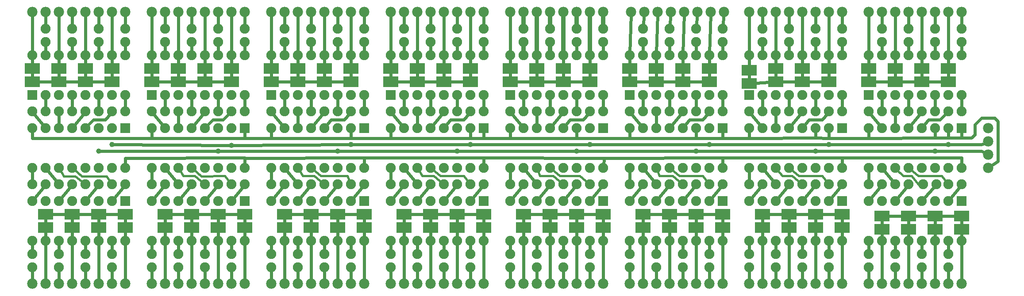
<source format=gbl>
G04 MADE WITH FRITZING*
G04 WWW.FRITZING.ORG*
G04 DOUBLE SIDED*
G04 HOLES PLATED*
G04 CONTOUR ON CENTER OF CONTOUR VECTOR*
%ASAXBY*%
%FSLAX23Y23*%
%MOIN*%
%OFA0B0*%
%SFA1.0B1.0*%
%ADD10C,0.039370*%
%ADD11C,0.078000*%
%ADD12C,0.075000*%
%ADD13R,0.118110X0.078740*%
%ADD14R,0.075000X0.075000*%
%ADD15C,0.024000*%
%ADD16C,0.032000*%
%ADD17C,0.016000*%
%LNCOPPER0*%
G90*
G70*
G54D10*
X5257Y1179D03*
X5157Y1129D03*
X6057Y1129D03*
X6157Y1179D03*
X7057Y1179D03*
X6957Y1129D03*
X4356Y1179D03*
X4257Y1129D03*
X757Y1179D03*
X657Y1129D03*
X3456Y1179D03*
X3357Y1129D03*
X1658Y1175D03*
X1557Y1129D03*
X2457Y1129D03*
X2556Y1179D03*
G54D11*
X4457Y2179D03*
X4357Y2179D03*
X4257Y2179D03*
X4157Y2179D03*
X4057Y2179D03*
X3957Y2179D03*
X3857Y2179D03*
X3757Y2179D03*
X857Y2179D03*
X757Y2179D03*
X657Y2179D03*
X557Y2179D03*
X457Y2179D03*
X357Y2179D03*
X257Y2179D03*
X157Y2179D03*
X1757Y2179D03*
X1657Y2179D03*
X1557Y2179D03*
X1457Y2179D03*
X1357Y2179D03*
X1257Y2179D03*
X1157Y2179D03*
X1057Y2179D03*
X2657Y2179D03*
X2557Y2179D03*
X2457Y2179D03*
X2357Y2179D03*
X2257Y2179D03*
X2157Y2179D03*
X2057Y2179D03*
X1957Y2179D03*
X3557Y2179D03*
X3457Y2179D03*
X3357Y2179D03*
X3257Y2179D03*
X3157Y2179D03*
X3057Y2179D03*
X2957Y2179D03*
X2857Y2179D03*
X5369Y2179D03*
X5269Y2179D03*
X5169Y2179D03*
X5069Y2179D03*
X4969Y2179D03*
X4869Y2179D03*
X4769Y2179D03*
X4669Y2179D03*
X6257Y2179D03*
X6157Y2179D03*
X6057Y2179D03*
X5957Y2179D03*
X5857Y2179D03*
X5757Y2179D03*
X5657Y2179D03*
X5557Y2179D03*
X7157Y2179D03*
X7057Y2179D03*
X6957Y2179D03*
X6857Y2179D03*
X6757Y2179D03*
X6657Y2179D03*
X6557Y2179D03*
X6457Y2179D03*
G54D12*
X857Y1304D03*
X857Y1004D03*
X757Y1304D03*
X757Y1004D03*
X657Y1304D03*
X657Y1004D03*
X557Y1304D03*
X557Y1004D03*
X457Y1304D03*
X457Y1004D03*
X357Y1304D03*
X357Y1004D03*
X257Y1304D03*
X257Y1004D03*
X157Y1304D03*
X157Y1004D03*
X1757Y1304D03*
X1757Y1004D03*
X1657Y1304D03*
X1657Y1004D03*
X1557Y1304D03*
X1557Y1004D03*
X1457Y1304D03*
X1457Y1004D03*
X1357Y1304D03*
X1357Y1004D03*
X1257Y1304D03*
X1257Y1004D03*
X1157Y1304D03*
X1157Y1004D03*
X1057Y1304D03*
X1057Y1004D03*
X2657Y1304D03*
X2657Y1004D03*
X2557Y1304D03*
X2557Y1004D03*
X2457Y1304D03*
X2457Y1004D03*
X2357Y1304D03*
X2357Y1004D03*
X2257Y1304D03*
X2257Y1004D03*
X2157Y1304D03*
X2157Y1004D03*
X2057Y1304D03*
X2057Y1004D03*
X1957Y1304D03*
X1957Y1004D03*
X3557Y1304D03*
X3557Y1004D03*
X3457Y1304D03*
X3457Y1004D03*
X3357Y1304D03*
X3357Y1004D03*
X3257Y1304D03*
X3257Y1004D03*
X3157Y1304D03*
X3157Y1004D03*
X3057Y1304D03*
X3057Y1004D03*
X2957Y1304D03*
X2957Y1004D03*
X2857Y1304D03*
X2857Y1004D03*
X4457Y1304D03*
X4457Y1004D03*
X4357Y1304D03*
X4357Y1004D03*
X4257Y1304D03*
X4257Y1004D03*
X4157Y1304D03*
X4157Y1004D03*
X4057Y1304D03*
X4057Y1004D03*
X3957Y1304D03*
X3957Y1004D03*
X3857Y1304D03*
X3857Y1004D03*
X3757Y1304D03*
X3757Y1004D03*
X5357Y1304D03*
X5357Y1004D03*
X5257Y1304D03*
X5257Y1004D03*
X5157Y1304D03*
X5157Y1004D03*
X5057Y1304D03*
X5057Y1004D03*
X4957Y1304D03*
X4957Y1004D03*
X4857Y1304D03*
X4857Y1004D03*
X4757Y1304D03*
X4757Y1004D03*
X4657Y1304D03*
X4657Y1004D03*
X6257Y1304D03*
X6257Y1004D03*
X6157Y1304D03*
X6157Y1004D03*
X6057Y1304D03*
X6057Y1004D03*
X5957Y1304D03*
X5957Y1004D03*
X5857Y1304D03*
X5857Y1004D03*
X5757Y1304D03*
X5757Y1004D03*
X5657Y1304D03*
X5657Y1004D03*
X5557Y1304D03*
X5557Y1004D03*
X7157Y1304D03*
X7157Y1004D03*
X7057Y1304D03*
X7057Y1004D03*
X6957Y1304D03*
X6957Y1004D03*
X6857Y1304D03*
X6857Y1004D03*
X6757Y1304D03*
X6757Y1004D03*
X6657Y1304D03*
X6657Y1004D03*
X6557Y1304D03*
X6557Y1004D03*
X6457Y1304D03*
X6457Y1004D03*
G54D11*
X7357Y1304D03*
X7357Y1204D03*
X7357Y1104D03*
X7357Y1004D03*
G54D12*
X857Y754D03*
X857Y454D03*
X757Y754D03*
X757Y454D03*
X657Y754D03*
X657Y454D03*
X557Y754D03*
X557Y454D03*
X457Y754D03*
X457Y454D03*
X357Y754D03*
X357Y454D03*
X257Y754D03*
X257Y454D03*
X157Y754D03*
X157Y454D03*
X1757Y754D03*
X1757Y454D03*
X1657Y754D03*
X1657Y454D03*
X1557Y754D03*
X1557Y454D03*
X1457Y754D03*
X1457Y454D03*
X1357Y754D03*
X1357Y454D03*
X1257Y754D03*
X1257Y454D03*
X1157Y754D03*
X1157Y454D03*
X1057Y754D03*
X1057Y454D03*
X2657Y754D03*
X2657Y454D03*
X2557Y754D03*
X2557Y454D03*
X2457Y754D03*
X2457Y454D03*
X2357Y754D03*
X2357Y454D03*
X2257Y754D03*
X2257Y454D03*
X2157Y754D03*
X2157Y454D03*
X2057Y754D03*
X2057Y454D03*
X1957Y754D03*
X1957Y454D03*
X3557Y754D03*
X3557Y454D03*
X3457Y754D03*
X3457Y454D03*
X3357Y754D03*
X3357Y454D03*
X3257Y754D03*
X3257Y454D03*
X3157Y754D03*
X3157Y454D03*
X3057Y754D03*
X3057Y454D03*
X2957Y754D03*
X2957Y454D03*
X2857Y754D03*
X2857Y454D03*
X4457Y754D03*
X4457Y454D03*
X4357Y754D03*
X4357Y454D03*
X4257Y754D03*
X4257Y454D03*
X4157Y754D03*
X4157Y454D03*
X4057Y754D03*
X4057Y454D03*
X3957Y754D03*
X3957Y454D03*
X3857Y754D03*
X3857Y454D03*
X3757Y754D03*
X3757Y454D03*
X5357Y754D03*
X5357Y454D03*
X5257Y754D03*
X5257Y454D03*
X5157Y754D03*
X5157Y454D03*
X5057Y754D03*
X5057Y454D03*
X4957Y754D03*
X4957Y454D03*
X4857Y754D03*
X4857Y454D03*
X4757Y754D03*
X4757Y454D03*
X4657Y754D03*
X4657Y454D03*
X6257Y754D03*
X6257Y454D03*
X6157Y754D03*
X6157Y454D03*
X6057Y754D03*
X6057Y454D03*
X5957Y754D03*
X5957Y454D03*
X5857Y754D03*
X5857Y454D03*
X5757Y754D03*
X5757Y454D03*
X5657Y754D03*
X5657Y454D03*
X5557Y754D03*
X5557Y454D03*
X7156Y753D03*
X7156Y453D03*
X7056Y753D03*
X7056Y453D03*
X6956Y753D03*
X6956Y453D03*
X6856Y753D03*
X6856Y453D03*
X6756Y753D03*
X6756Y453D03*
X6656Y753D03*
X6656Y453D03*
X6556Y753D03*
X6556Y453D03*
X6456Y753D03*
X6456Y453D03*
X157Y1554D03*
X157Y1854D03*
X257Y1554D03*
X257Y1854D03*
X357Y1554D03*
X357Y1854D03*
X457Y1554D03*
X457Y1854D03*
X557Y1554D03*
X557Y1854D03*
X657Y1554D03*
X657Y1854D03*
X757Y1554D03*
X757Y1854D03*
X857Y1554D03*
X857Y1854D03*
X1057Y1554D03*
X1057Y1854D03*
X1157Y1554D03*
X1157Y1854D03*
X1257Y1554D03*
X1257Y1854D03*
X1357Y1554D03*
X1357Y1854D03*
X1457Y1554D03*
X1457Y1854D03*
X1557Y1554D03*
X1557Y1854D03*
X1657Y1554D03*
X1657Y1854D03*
X1757Y1554D03*
X1757Y1854D03*
X1957Y1554D03*
X1957Y1854D03*
X2057Y1554D03*
X2057Y1854D03*
X2157Y1554D03*
X2157Y1854D03*
X2257Y1554D03*
X2257Y1854D03*
X2357Y1554D03*
X2357Y1854D03*
X2457Y1554D03*
X2457Y1854D03*
X2557Y1554D03*
X2557Y1854D03*
X2657Y1554D03*
X2657Y1854D03*
X2857Y1554D03*
X2857Y1854D03*
X2957Y1554D03*
X2957Y1854D03*
X3057Y1554D03*
X3057Y1854D03*
X3157Y1554D03*
X3157Y1854D03*
X3257Y1554D03*
X3257Y1854D03*
X3357Y1554D03*
X3357Y1854D03*
X3457Y1554D03*
X3457Y1854D03*
X3557Y1554D03*
X3557Y1854D03*
X3757Y1554D03*
X3757Y1854D03*
X3857Y1554D03*
X3857Y1854D03*
X3957Y1554D03*
X3957Y1854D03*
X4057Y1554D03*
X4057Y1854D03*
X4157Y1554D03*
X4157Y1854D03*
X4257Y1554D03*
X4257Y1854D03*
X4357Y1554D03*
X4357Y1854D03*
X4457Y1554D03*
X4457Y1854D03*
X5557Y1553D03*
X5557Y1853D03*
X5657Y1553D03*
X5657Y1853D03*
X5757Y1553D03*
X5757Y1853D03*
X5857Y1553D03*
X5857Y1853D03*
X5957Y1553D03*
X5957Y1853D03*
X6057Y1553D03*
X6057Y1853D03*
X6157Y1553D03*
X6157Y1853D03*
X6257Y1553D03*
X6257Y1853D03*
X4657Y1554D03*
X4657Y1854D03*
X4757Y1554D03*
X4757Y1854D03*
X4857Y1554D03*
X4857Y1854D03*
X4957Y1554D03*
X4957Y1854D03*
X5057Y1554D03*
X5057Y1854D03*
X5157Y1554D03*
X5157Y1854D03*
X5257Y1554D03*
X5257Y1854D03*
X5357Y1554D03*
X5357Y1854D03*
X6457Y1553D03*
X6457Y1853D03*
X6557Y1553D03*
X6557Y1853D03*
X6657Y1553D03*
X6657Y1853D03*
X6757Y1553D03*
X6757Y1853D03*
X6857Y1553D03*
X6857Y1853D03*
X6957Y1553D03*
X6957Y1853D03*
X7057Y1553D03*
X7057Y1853D03*
X7157Y1553D03*
X7157Y1853D03*
X7157Y1954D03*
X7157Y2054D03*
X6757Y2054D03*
X6757Y1954D03*
X5357Y2054D03*
X5357Y1954D03*
X6257Y2054D03*
X6257Y1954D03*
X5157Y2054D03*
X5157Y1954D03*
X6057Y2054D03*
X6057Y1954D03*
X4957Y2054D03*
X4957Y1954D03*
X5857Y2054D03*
X5857Y1954D03*
X4757Y2054D03*
X4757Y1954D03*
X5657Y2054D03*
X5657Y1954D03*
X7057Y879D03*
X7157Y879D03*
X6869Y879D03*
X6969Y879D03*
X6657Y879D03*
X6757Y879D03*
X3757Y879D03*
X3857Y879D03*
X1057Y879D03*
X1157Y879D03*
X1957Y879D03*
X2057Y879D03*
X2857Y879D03*
X2957Y879D03*
X157Y879D03*
X257Y879D03*
X4657Y879D03*
X4757Y879D03*
X5557Y879D03*
X5657Y879D03*
X3957Y879D03*
X4057Y879D03*
X1257Y879D03*
X1357Y879D03*
X2157Y879D03*
X2257Y879D03*
X3057Y879D03*
X3157Y879D03*
X357Y879D03*
X457Y879D03*
X4857Y879D03*
X4957Y879D03*
X5757Y879D03*
X5857Y879D03*
X4157Y879D03*
X4257Y879D03*
X557Y879D03*
X657Y879D03*
X1457Y879D03*
X1557Y879D03*
X2357Y879D03*
X2457Y879D03*
X3257Y879D03*
X3357Y879D03*
X5057Y879D03*
X5157Y879D03*
X5957Y879D03*
X6057Y879D03*
X4357Y879D03*
X4457Y879D03*
X757Y879D03*
X857Y879D03*
X1657Y879D03*
X1757Y879D03*
X2557Y879D03*
X2657Y879D03*
X3457Y879D03*
X3557Y879D03*
X5257Y879D03*
X5357Y879D03*
X6157Y879D03*
X6257Y879D03*
X6457Y879D03*
X6557Y879D03*
X7057Y1429D03*
X7157Y1429D03*
X6657Y1429D03*
X6757Y1429D03*
X6957Y1429D03*
X6857Y1429D03*
X4357Y1429D03*
X4457Y1429D03*
X757Y1429D03*
X857Y1429D03*
X1657Y1429D03*
X1757Y1429D03*
X2557Y1429D03*
X2657Y1429D03*
X3457Y1429D03*
X3557Y1429D03*
X5257Y1429D03*
X5357Y1429D03*
X6157Y1429D03*
X6257Y1429D03*
X4257Y1429D03*
X4157Y1429D03*
X1557Y1429D03*
X1457Y1429D03*
X657Y1429D03*
X557Y1429D03*
X2457Y1429D03*
X2357Y1429D03*
X3357Y1429D03*
X3257Y1429D03*
X5157Y1429D03*
X5057Y1429D03*
X6057Y1429D03*
X5957Y1429D03*
X3957Y1429D03*
X4057Y1429D03*
X1257Y1429D03*
X1357Y1429D03*
X357Y1429D03*
X457Y1429D03*
X2157Y1429D03*
X2257Y1429D03*
X3057Y1429D03*
X3157Y1429D03*
X4857Y1429D03*
X4957Y1429D03*
X5757Y1429D03*
X5857Y1429D03*
X3857Y1429D03*
X3757Y1429D03*
X1157Y1429D03*
X1057Y1429D03*
X2957Y1429D03*
X2857Y1429D03*
X257Y1429D03*
X157Y1429D03*
X2057Y1429D03*
X1957Y1429D03*
X4757Y1429D03*
X4657Y1429D03*
X5657Y1429D03*
X5557Y1429D03*
X6557Y1429D03*
X6457Y1429D03*
X7057Y354D03*
X7057Y254D03*
X6857Y354D03*
X6857Y254D03*
X6657Y354D03*
X6657Y254D03*
X4357Y354D03*
X4357Y254D03*
X757Y354D03*
X757Y254D03*
X1657Y354D03*
X1657Y254D03*
X2557Y354D03*
X2557Y254D03*
X3457Y354D03*
X3457Y254D03*
X5257Y354D03*
X5257Y254D03*
X6157Y354D03*
X6157Y254D03*
X4157Y354D03*
X4157Y254D03*
X557Y354D03*
X557Y254D03*
X1457Y354D03*
X1457Y254D03*
X2357Y354D03*
X2357Y254D03*
X3257Y354D03*
X3257Y254D03*
X5057Y354D03*
X5057Y254D03*
X5957Y354D03*
X5957Y254D03*
X3957Y354D03*
X3957Y254D03*
X357Y354D03*
X357Y254D03*
X1257Y354D03*
X1257Y254D03*
X2157Y354D03*
X2157Y254D03*
X3057Y354D03*
X3057Y254D03*
X4857Y354D03*
X4857Y254D03*
X5757Y354D03*
X5757Y254D03*
X3757Y354D03*
X3757Y254D03*
X1057Y354D03*
X1057Y254D03*
X157Y354D03*
X157Y254D03*
X1957Y354D03*
X1957Y254D03*
X2857Y354D03*
X2857Y254D03*
X4657Y354D03*
X4657Y254D03*
X5557Y354D03*
X5557Y254D03*
X6457Y354D03*
X6457Y254D03*
X4457Y2054D03*
X4457Y1954D03*
X4257Y2054D03*
X4257Y1954D03*
X3857Y2054D03*
X3857Y1954D03*
X1757Y2054D03*
X1757Y1954D03*
X1357Y2054D03*
X1357Y1954D03*
X1557Y2054D03*
X1557Y1954D03*
X857Y2054D03*
X857Y1954D03*
X257Y2054D03*
X257Y1954D03*
X1157Y2054D03*
X1157Y1954D03*
X657Y2054D03*
X657Y1954D03*
X457Y2054D03*
X457Y1954D03*
X2457Y2054D03*
X2457Y1954D03*
X3557Y2054D03*
X3557Y1954D03*
X3357Y2054D03*
X3357Y1954D03*
X3157Y2054D03*
X3157Y1954D03*
X2657Y2054D03*
X2657Y1954D03*
X2257Y2054D03*
X2257Y1954D03*
X2957Y2054D03*
X2957Y1954D03*
X2057Y2054D03*
X2057Y1954D03*
X4057Y2054D03*
X4057Y1954D03*
G54D11*
X3757Y129D03*
X3857Y129D03*
X3957Y129D03*
X4057Y129D03*
X4157Y129D03*
X4257Y129D03*
X4357Y129D03*
X4457Y129D03*
X1057Y129D03*
X1157Y129D03*
X1257Y129D03*
X1357Y129D03*
X1457Y129D03*
X1557Y129D03*
X1657Y129D03*
X1757Y129D03*
X157Y129D03*
X257Y129D03*
X357Y129D03*
X457Y129D03*
X557Y129D03*
X657Y129D03*
X757Y129D03*
X857Y129D03*
X1957Y129D03*
X2057Y129D03*
X2157Y129D03*
X2257Y129D03*
X2357Y129D03*
X2457Y129D03*
X2557Y129D03*
X2657Y129D03*
X2857Y129D03*
X2957Y129D03*
X3057Y129D03*
X3157Y129D03*
X3257Y129D03*
X3357Y129D03*
X3457Y129D03*
X3557Y129D03*
X6457Y129D03*
X6557Y129D03*
X6657Y129D03*
X6757Y129D03*
X6857Y129D03*
X6957Y129D03*
X7057Y129D03*
X7157Y129D03*
X5557Y129D03*
X5657Y129D03*
X5757Y129D03*
X5857Y129D03*
X5957Y129D03*
X6057Y129D03*
X6157Y129D03*
X6257Y129D03*
X4657Y129D03*
X4757Y129D03*
X4857Y129D03*
X4957Y129D03*
X5057Y129D03*
X5157Y129D03*
X5257Y129D03*
X5357Y129D03*
G54D12*
X6957Y1954D03*
X6957Y2054D03*
X6557Y2054D03*
X6557Y1954D03*
G54D13*
X3757Y1754D03*
X1057Y1754D03*
X157Y1754D03*
X1957Y1754D03*
X2857Y1754D03*
X3757Y1654D03*
X157Y1654D03*
X1057Y1654D03*
X1957Y1654D03*
X2857Y1654D03*
X4357Y1654D03*
X757Y1654D03*
X1657Y1654D03*
X2557Y1654D03*
X3457Y1654D03*
X4157Y1754D03*
X557Y1754D03*
X1457Y1754D03*
X3257Y1754D03*
X2357Y1754D03*
X4357Y1754D03*
X757Y1754D03*
X1657Y1754D03*
X3457Y1754D03*
X2557Y1754D03*
X3957Y1754D03*
X357Y1754D03*
X1257Y1754D03*
X2157Y1754D03*
X3057Y1754D03*
X3957Y1654D03*
X357Y1654D03*
X1257Y1654D03*
X3057Y1654D03*
X2157Y1654D03*
X4157Y1654D03*
X557Y1654D03*
X1457Y1654D03*
X2357Y1654D03*
X3257Y1654D03*
X4657Y1754D03*
X4657Y1654D03*
X5257Y1654D03*
X5057Y1754D03*
X5257Y1754D03*
X4857Y1754D03*
X4857Y1654D03*
X5057Y1654D03*
X5557Y1741D03*
X5557Y1641D03*
X6157Y1654D03*
X5957Y1754D03*
X6157Y1754D03*
X5757Y1754D03*
X5757Y1654D03*
X5957Y1654D03*
X6457Y1754D03*
X6457Y1654D03*
X7057Y1654D03*
X6857Y1754D03*
X7057Y1754D03*
X6657Y1754D03*
X6657Y1654D03*
X6857Y1654D03*
X6757Y541D03*
X7157Y541D03*
X6757Y641D03*
X7157Y641D03*
X6957Y641D03*
X6957Y541D03*
X6557Y541D03*
X6557Y641D03*
X5857Y554D03*
X6257Y554D03*
X5857Y654D03*
X6257Y654D03*
X6057Y654D03*
X6057Y554D03*
X5657Y554D03*
X5657Y654D03*
X4957Y554D03*
X5357Y554D03*
X4957Y654D03*
X5357Y654D03*
X5157Y654D03*
X5157Y554D03*
X4757Y554D03*
X4757Y654D03*
X4457Y654D03*
X1757Y654D03*
X857Y654D03*
X2657Y654D03*
X3557Y654D03*
X4457Y554D03*
X857Y554D03*
X1757Y554D03*
X3557Y554D03*
X2657Y554D03*
X4257Y554D03*
X1557Y554D03*
X657Y554D03*
X2457Y554D03*
X3357Y554D03*
X4257Y654D03*
X1557Y654D03*
X2457Y654D03*
X3357Y654D03*
X657Y654D03*
X4057Y554D03*
X1357Y554D03*
X457Y554D03*
X2257Y554D03*
X3157Y554D03*
X4057Y654D03*
X1357Y654D03*
X457Y654D03*
X2257Y654D03*
X3157Y654D03*
X3857Y554D03*
X257Y554D03*
X1157Y554D03*
X2057Y554D03*
X2957Y554D03*
X3857Y654D03*
X257Y654D03*
X1157Y654D03*
X2957Y654D03*
X2057Y654D03*
G54D14*
X857Y1304D03*
X1757Y1304D03*
X2657Y1304D03*
X3557Y1304D03*
X4457Y1304D03*
X5357Y1304D03*
X6257Y1304D03*
X7157Y1304D03*
X857Y754D03*
X1757Y754D03*
X2657Y754D03*
X3557Y754D03*
X4457Y754D03*
X5357Y754D03*
X6257Y754D03*
X7156Y753D03*
X157Y1554D03*
X1057Y1554D03*
X1957Y1554D03*
X2857Y1554D03*
X3757Y1554D03*
X5557Y1553D03*
X4657Y1554D03*
X6457Y1553D03*
G54D15*
X3846Y1317D02*
X3768Y1415D01*
D02*
X3957Y1321D02*
X3957Y1411D01*
D02*
X4068Y1317D02*
X4146Y1415D01*
D02*
X4207Y1367D02*
X4307Y1367D01*
D02*
X4307Y1367D02*
X4346Y1415D01*
D02*
X4168Y1318D02*
X4207Y1367D01*
D02*
X3757Y1228D02*
X3757Y1286D01*
D02*
X4257Y1228D02*
X3757Y1228D01*
D02*
X4657Y1228D02*
X4257Y1228D01*
D02*
X4657Y1286D02*
X4657Y1228D01*
D02*
X5357Y1228D02*
X5156Y1228D01*
D02*
X5156Y1228D02*
X4657Y1228D01*
D02*
X5556Y1228D02*
X5357Y1228D01*
D02*
X5557Y1286D02*
X5556Y1228D01*
D02*
X6157Y1228D02*
X6057Y1229D01*
D02*
X6057Y1229D02*
X5556Y1228D01*
D02*
X6456Y1286D02*
X6456Y1228D01*
D02*
X6456Y1228D02*
X6157Y1228D01*
D02*
X4257Y1228D02*
X4257Y1286D01*
D02*
X5156Y1228D02*
X5157Y1286D01*
D02*
X6057Y1229D02*
X6057Y1286D01*
D02*
X6957Y1286D02*
X6957Y1229D01*
D02*
X6957Y1229D02*
X6456Y1228D01*
D02*
X7056Y1229D02*
X7057Y1286D01*
D02*
X6957Y1229D02*
X7056Y1229D01*
D02*
X7157Y1229D02*
X7157Y1286D01*
D02*
X7056Y1229D02*
X7157Y1229D01*
D02*
X6157Y1228D02*
X6157Y1286D01*
D02*
X5357Y1021D02*
X5357Y1080D01*
D02*
X5357Y1080D02*
X4469Y1078D01*
D02*
X4469Y1078D02*
X4459Y1021D01*
D02*
X6257Y1080D02*
X6257Y1021D01*
D02*
X5357Y1080D02*
X6257Y1080D01*
D02*
X6257Y1080D02*
X7157Y1079D01*
D02*
X7157Y1079D02*
X7157Y1021D01*
D02*
X6906Y1366D02*
X6994Y1366D01*
D02*
X6994Y1366D02*
X7044Y1416D01*
D02*
X6868Y1318D02*
X6906Y1366D01*
D02*
X6768Y1317D02*
X6846Y1415D01*
D02*
X6657Y1321D02*
X6657Y1411D01*
D02*
X6546Y1317D02*
X6468Y1415D01*
D02*
X6006Y1367D02*
X6106Y1367D01*
D02*
X6106Y1367D02*
X6146Y1415D01*
D02*
X5967Y1318D02*
X6006Y1367D01*
D02*
X5868Y1317D02*
X5946Y1415D01*
D02*
X5757Y1321D02*
X5757Y1411D01*
D02*
X5646Y1317D02*
X5568Y1415D01*
D02*
X5357Y1228D02*
X5357Y1286D01*
D02*
X4746Y1317D02*
X4668Y1415D01*
D02*
X4857Y1321D02*
X4857Y1411D01*
D02*
X4968Y1317D02*
X5046Y1415D01*
D02*
X5107Y1367D02*
X5207Y1367D01*
D02*
X5207Y1367D02*
X5246Y1415D01*
D02*
X5068Y1317D02*
X5107Y1367D01*
D02*
X4364Y1179D02*
X5249Y1179D01*
D02*
X4265Y1129D02*
X5149Y1129D01*
D02*
X5356Y1129D02*
X6049Y1129D01*
D02*
X5165Y1129D02*
X5356Y1129D01*
D02*
X6149Y1179D02*
X5265Y1179D01*
D02*
X7049Y1179D02*
X6165Y1179D01*
D02*
X6949Y1129D02*
X6065Y1129D01*
D02*
X7307Y1129D02*
X6965Y1129D01*
D02*
X7340Y1112D02*
X7307Y1129D01*
D02*
X7307Y1179D02*
X7065Y1179D01*
D02*
X7340Y1195D02*
X7307Y1179D01*
D02*
X7257Y1254D02*
X7257Y1329D01*
D02*
X7257Y1329D02*
X7306Y1379D01*
D02*
X7406Y1379D02*
X7432Y1353D01*
D02*
X7432Y1054D02*
X7372Y1014D01*
D02*
X7432Y1353D02*
X7432Y1054D01*
D02*
X7306Y1379D02*
X7406Y1379D01*
D02*
X7231Y1229D02*
X7257Y1254D01*
D02*
X7157Y1229D02*
X7231Y1229D01*
D02*
X4003Y654D02*
X3910Y654D01*
D02*
X4203Y654D02*
X4110Y654D01*
D02*
X4403Y654D02*
X4310Y654D01*
D02*
X3857Y471D02*
X3857Y520D01*
D02*
X4057Y471D02*
X4057Y520D01*
D02*
X4257Y471D02*
X4257Y520D01*
D02*
X4457Y471D02*
X4457Y520D01*
D02*
X3857Y588D02*
X3857Y620D01*
D02*
X4057Y588D02*
X4057Y620D01*
D02*
X4257Y588D02*
X4257Y620D01*
D02*
X4457Y588D02*
X4457Y620D01*
D02*
X4903Y654D02*
X4810Y654D01*
D02*
X5103Y654D02*
X5010Y654D01*
D02*
X5303Y654D02*
X5210Y654D01*
D02*
X4757Y471D02*
X4757Y520D01*
D02*
X4957Y471D02*
X4957Y520D01*
D02*
X5157Y471D02*
X5157Y520D01*
D02*
X5357Y471D02*
X5357Y520D01*
D02*
X5357Y588D02*
X5357Y620D01*
D02*
X5157Y588D02*
X5157Y620D01*
D02*
X4957Y588D02*
X4957Y620D01*
D02*
X4757Y588D02*
X4757Y620D01*
D02*
X5803Y654D02*
X5710Y654D01*
D02*
X6003Y654D02*
X5910Y654D01*
D02*
X6203Y654D02*
X6110Y654D01*
D02*
X5657Y471D02*
X5657Y520D01*
D02*
X5857Y471D02*
X5857Y520D01*
D02*
X6057Y471D02*
X6057Y520D01*
D02*
X6257Y471D02*
X6257Y520D01*
D02*
X5657Y588D02*
X5657Y620D01*
D02*
X5857Y588D02*
X5857Y620D01*
D02*
X6057Y620D02*
X6057Y588D01*
D02*
X6257Y620D02*
X6257Y588D01*
D02*
X6957Y575D02*
X6957Y607D01*
D02*
X7156Y471D02*
X7157Y507D01*
D02*
X7157Y575D02*
X7157Y607D01*
D02*
X7103Y641D02*
X7010Y641D01*
D02*
X6903Y641D02*
X6810Y641D01*
D02*
X6703Y641D02*
X6610Y641D01*
D02*
X6757Y507D02*
X6756Y471D01*
D02*
X6557Y507D02*
X6556Y471D01*
D02*
X6557Y607D02*
X6557Y575D01*
D02*
X6757Y607D02*
X6757Y575D01*
D02*
X6957Y507D02*
X6956Y471D01*
D02*
X3757Y1788D02*
X3757Y1836D01*
D02*
X3957Y1788D02*
X3957Y1836D01*
D02*
X4157Y1788D02*
X4157Y1836D01*
D02*
X4357Y1788D02*
X4357Y1836D01*
D02*
X4303Y1654D02*
X4210Y1654D01*
D02*
X4103Y1654D02*
X4010Y1654D01*
D02*
X3903Y1654D02*
X3810Y1654D01*
D02*
X3757Y1688D02*
X3757Y1720D01*
D02*
X3957Y1688D02*
X3957Y1720D01*
D02*
X4157Y1688D02*
X4157Y1720D01*
D02*
X4357Y1688D02*
X4357Y1720D01*
D02*
X5257Y1788D02*
X5257Y1836D01*
D02*
X5257Y1720D02*
X5257Y1688D01*
D02*
X5057Y1788D02*
X5057Y1836D01*
D02*
X5057Y1720D02*
X5057Y1688D01*
D02*
X4857Y1836D02*
X4857Y1788D01*
D02*
X4857Y1720D02*
X4857Y1688D01*
D02*
X4657Y1836D02*
X4657Y1788D01*
D02*
X4657Y1720D02*
X4657Y1688D01*
D02*
X4803Y1654D02*
X4710Y1654D01*
D02*
X5003Y1654D02*
X4910Y1654D01*
D02*
X5203Y1654D02*
X5110Y1654D01*
D02*
X5557Y1775D02*
X5557Y1836D01*
D02*
X5557Y1707D02*
X5557Y1675D01*
D02*
X5757Y1720D02*
X5757Y1688D01*
D02*
X5757Y1788D02*
X5757Y1836D01*
D02*
X5957Y1788D02*
X5957Y1836D01*
D02*
X5957Y1688D02*
X5957Y1720D01*
D02*
X6157Y1788D02*
X6157Y1836D01*
D02*
X6157Y1688D02*
X6157Y1720D01*
D02*
X5703Y1650D02*
X5610Y1645D01*
D02*
X5903Y1654D02*
X5810Y1654D01*
D02*
X6103Y1654D02*
X6010Y1654D01*
D02*
X6457Y1788D02*
X6457Y1835D01*
D02*
X6657Y1788D02*
X6657Y1835D01*
D02*
X6857Y1788D02*
X6857Y1835D01*
D02*
X7057Y1788D02*
X7057Y1835D01*
D02*
X7057Y1688D02*
X7057Y1720D01*
D02*
X6857Y1688D02*
X6857Y1720D01*
D02*
X6657Y1688D02*
X6657Y1720D01*
D02*
X6457Y1688D02*
X6457Y1720D01*
D02*
X6603Y1654D02*
X6510Y1654D01*
D02*
X6803Y1654D02*
X6710Y1654D01*
D02*
X7003Y1654D02*
X6910Y1654D01*
D02*
X1757Y1228D02*
X1057Y1228D01*
D02*
X2556Y1228D02*
X1957Y1228D01*
D02*
X3456Y1228D02*
X2857Y1228D01*
D02*
X3557Y1228D02*
X3456Y1228D01*
D02*
X2857Y1228D02*
X2556Y1228D01*
D02*
X1957Y1228D02*
X1757Y1228D01*
D02*
X1057Y1228D02*
X157Y1228D01*
D02*
X157Y1228D02*
X157Y1286D01*
D02*
X3757Y1228D02*
X3557Y1228D01*
D02*
X2657Y1079D02*
X1757Y1078D01*
D02*
X1757Y1079D02*
X857Y1078D01*
D02*
X3557Y1080D02*
X2657Y1079D01*
D02*
X857Y1078D02*
X857Y1021D01*
D02*
X4469Y1078D02*
X3557Y1080D01*
D02*
X2548Y1179D02*
X1666Y1175D01*
D02*
X1650Y1175D02*
X765Y1179D01*
D02*
X3448Y1179D02*
X2564Y1179D01*
D02*
X4349Y1179D02*
X3464Y1179D01*
D02*
X2449Y1129D02*
X1565Y1129D01*
D02*
X1549Y1129D02*
X665Y1129D01*
D02*
X3349Y1129D02*
X2465Y1129D01*
D02*
X4249Y1129D02*
X3365Y1129D01*
D02*
X1057Y1228D02*
X1057Y1286D01*
D02*
X1957Y1228D02*
X1957Y1286D01*
D02*
X2857Y1228D02*
X2857Y1286D01*
D02*
X3557Y1080D02*
X3557Y1021D01*
D02*
X3557Y1228D02*
X3557Y1286D01*
D02*
X3456Y1228D02*
X3457Y1286D01*
D02*
X2556Y1228D02*
X2557Y1286D01*
D02*
X1757Y1228D02*
X1757Y1286D01*
D02*
X1757Y1079D02*
X1757Y1021D01*
D02*
X2657Y1079D02*
X2657Y1021D01*
D02*
X6457Y1870D02*
X6457Y2160D01*
D02*
X6557Y2071D02*
X6557Y2160D01*
D02*
X6657Y1870D02*
X6657Y2160D01*
D02*
X6757Y2071D02*
X6757Y2160D01*
D02*
X6857Y1870D02*
X6857Y2160D01*
D02*
X6957Y2071D02*
X6957Y2160D01*
D02*
X7057Y1870D02*
X7057Y2160D01*
D02*
X7157Y2071D02*
X7157Y2160D01*
D02*
X5557Y1871D02*
X5557Y2160D01*
D02*
X5657Y2071D02*
X5657Y2160D01*
D02*
X5757Y1871D02*
X5757Y2160D01*
D02*
X5857Y2071D02*
X5857Y2160D01*
D02*
X5957Y1871D02*
X5957Y2160D01*
D02*
X6057Y2071D02*
X6057Y2160D01*
D02*
X6157Y1871D02*
X6157Y2160D01*
D02*
X6257Y2071D02*
X6257Y2160D01*
D02*
X5358Y2071D02*
X5367Y2160D01*
D02*
X5257Y1871D02*
X5268Y2160D01*
D02*
X5158Y2071D02*
X5167Y2160D01*
D02*
X5057Y1871D02*
X5068Y2160D01*
D02*
X4958Y2071D02*
X4967Y2160D01*
D02*
X4857Y1871D02*
X4868Y2160D01*
D02*
X4758Y2071D02*
X4767Y2160D01*
D02*
X4657Y1871D02*
X4668Y2160D01*
G54D16*
D02*
X3957Y1871D02*
X3957Y2160D01*
D02*
X4157Y1871D02*
X4157Y2160D01*
D02*
X4357Y1871D02*
X4357Y2160D01*
G54D15*
D02*
X4757Y1871D02*
X4757Y1936D01*
D02*
X4957Y1871D02*
X4957Y1936D01*
D02*
X5157Y1871D02*
X5157Y1936D01*
D02*
X5357Y1871D02*
X5357Y1936D01*
D02*
X5357Y1446D02*
X5357Y1536D01*
D02*
X5157Y1446D02*
X5157Y1536D01*
D02*
X4957Y1446D02*
X4957Y1536D01*
D02*
X4757Y1446D02*
X4757Y1536D01*
D02*
X3857Y1446D02*
X3857Y1536D01*
D02*
X4057Y1446D02*
X4057Y1536D01*
D02*
X4257Y1446D02*
X4257Y1536D01*
D02*
X4457Y1446D02*
X4457Y1536D01*
D02*
X3757Y896D02*
X3757Y986D01*
D02*
X3946Y892D02*
X3868Y990D01*
G54D17*
D02*
X4082Y942D02*
X3982Y942D01*
D02*
X3982Y942D02*
X3963Y988D01*
D02*
X4143Y890D02*
X4082Y942D01*
D02*
X4282Y942D02*
X4132Y942D01*
D02*
X4132Y942D02*
X4070Y993D01*
D02*
X4343Y890D02*
X4282Y942D01*
G54D15*
D02*
X4657Y896D02*
X4657Y986D01*
D02*
X4846Y892D02*
X4768Y990D01*
G54D17*
D02*
X4882Y942D02*
X4863Y988D01*
D02*
X4982Y942D02*
X4882Y942D01*
D02*
X5043Y890D02*
X4982Y942D01*
D02*
X5207Y942D02*
X5032Y942D01*
D02*
X5032Y942D02*
X4970Y993D01*
D02*
X5246Y893D02*
X5207Y942D01*
G54D15*
D02*
X3768Y767D02*
X3846Y865D01*
D02*
X3968Y767D02*
X4046Y865D01*
D02*
X4168Y767D02*
X4246Y865D01*
D02*
X4368Y767D02*
X4446Y865D01*
D02*
X4668Y767D02*
X4746Y865D01*
D02*
X4868Y767D02*
X4946Y865D01*
D02*
X5068Y767D02*
X5146Y865D01*
D02*
X5268Y767D02*
X5346Y865D01*
D02*
X4657Y371D02*
X4657Y436D01*
D02*
X4857Y371D02*
X4857Y436D01*
D02*
X5057Y371D02*
X5057Y436D01*
D02*
X5257Y371D02*
X5257Y436D01*
D02*
X4357Y371D02*
X4357Y436D01*
D02*
X4157Y371D02*
X4157Y436D01*
D02*
X3957Y371D02*
X3957Y436D01*
D02*
X3757Y371D02*
X3757Y436D01*
D02*
X6557Y1535D02*
X6557Y1446D01*
D02*
X6757Y1535D02*
X6757Y1446D01*
D02*
X6957Y1535D02*
X6957Y1446D01*
D02*
X7157Y1535D02*
X7157Y1446D01*
D02*
X6457Y371D02*
X6456Y436D01*
D02*
X6657Y371D02*
X6656Y436D01*
D02*
X6857Y371D02*
X6856Y436D01*
D02*
X7057Y371D02*
X7056Y436D01*
D02*
X6467Y767D02*
X6546Y865D01*
D02*
X6667Y767D02*
X6746Y865D01*
D02*
X6868Y766D02*
X6957Y866D01*
D02*
X7067Y767D02*
X7146Y865D01*
D02*
X5657Y1871D02*
X5657Y1936D01*
D02*
X5857Y1871D02*
X5857Y1936D01*
D02*
X6057Y1871D02*
X6057Y1936D01*
D02*
X6257Y1871D02*
X6257Y1936D01*
D02*
X6557Y1870D02*
X6557Y1936D01*
D02*
X6757Y1870D02*
X6757Y1936D01*
D02*
X6957Y1870D02*
X6957Y1936D01*
D02*
X7157Y1870D02*
X7157Y1936D01*
D02*
X5657Y1446D02*
X5657Y1536D01*
D02*
X5857Y1446D02*
X5857Y1536D01*
D02*
X6057Y1446D02*
X6057Y1536D01*
D02*
X6257Y1446D02*
X6257Y1536D01*
D02*
X5557Y896D02*
X5557Y986D01*
D02*
X5746Y892D02*
X5668Y990D01*
G54D17*
D02*
X5806Y942D02*
X5768Y990D01*
D02*
X5882Y942D02*
X5806Y942D01*
D02*
X5943Y890D02*
X5882Y942D01*
D02*
X6107Y942D02*
X5932Y942D01*
D02*
X5932Y942D02*
X5870Y993D01*
D02*
X6146Y892D02*
X6107Y942D01*
G54D15*
D02*
X6168Y767D02*
X6246Y865D01*
D02*
X5968Y767D02*
X6046Y865D01*
D02*
X5768Y767D02*
X5846Y865D01*
D02*
X5568Y767D02*
X5646Y865D01*
D02*
X5557Y371D02*
X5557Y436D01*
D02*
X5757Y371D02*
X5757Y436D01*
D02*
X5957Y371D02*
X5957Y436D01*
D02*
X6157Y371D02*
X6157Y436D01*
G54D17*
D02*
X7007Y942D02*
X6832Y942D01*
D02*
X6832Y942D02*
X6770Y993D01*
D02*
X7046Y893D02*
X7007Y942D01*
D02*
X6832Y879D02*
X6782Y942D01*
D02*
X6719Y942D02*
X6669Y991D01*
D02*
X6782Y942D02*
X6719Y942D01*
D02*
X6852Y879D02*
X6832Y879D01*
G54D15*
D02*
X6646Y892D02*
X6568Y990D01*
D02*
X6457Y896D02*
X6457Y986D01*
G54D16*
D02*
X4257Y2071D02*
X4257Y2160D01*
D02*
X4457Y2071D02*
X4457Y2160D01*
G54D15*
D02*
X4457Y1871D02*
X4457Y1936D01*
D02*
X4257Y1871D02*
X4257Y1936D01*
D02*
X3757Y1871D02*
X3757Y2160D01*
D02*
X3757Y236D02*
X3757Y148D01*
D02*
X3857Y436D02*
X3857Y148D01*
D02*
X4057Y436D02*
X4057Y148D01*
D02*
X3957Y236D02*
X3957Y148D01*
D02*
X4157Y236D02*
X4157Y148D01*
D02*
X4257Y436D02*
X4257Y148D01*
D02*
X4357Y236D02*
X4357Y148D01*
D02*
X4457Y436D02*
X4457Y148D01*
D02*
X4657Y148D02*
X4657Y236D01*
D02*
X4757Y148D02*
X4757Y436D01*
D02*
X4857Y148D02*
X4857Y236D01*
D02*
X4957Y148D02*
X4957Y436D01*
D02*
X5057Y148D02*
X5057Y236D01*
D02*
X5157Y148D02*
X5157Y436D01*
D02*
X5257Y148D02*
X5257Y236D01*
D02*
X5357Y148D02*
X5357Y436D01*
D02*
X5557Y148D02*
X5557Y236D01*
D02*
X5657Y148D02*
X5657Y436D01*
D02*
X5857Y148D02*
X5857Y436D01*
D02*
X6057Y148D02*
X6057Y436D01*
D02*
X5957Y148D02*
X5957Y236D01*
D02*
X5757Y148D02*
X5757Y236D01*
D02*
X6157Y148D02*
X6157Y236D01*
D02*
X6257Y148D02*
X6257Y436D01*
D02*
X6457Y148D02*
X6457Y236D01*
D02*
X6557Y148D02*
X6556Y436D01*
D02*
X6657Y148D02*
X6657Y236D01*
D02*
X6757Y148D02*
X6756Y436D01*
D02*
X6857Y148D02*
X6857Y236D01*
D02*
X6957Y148D02*
X6956Y436D01*
D02*
X7057Y148D02*
X7057Y236D01*
D02*
X7157Y148D02*
X7156Y436D01*
G54D16*
D02*
X4057Y1871D02*
X4057Y1936D01*
D02*
X3857Y1871D02*
X3857Y1936D01*
D02*
X3857Y2071D02*
X3857Y2160D01*
D02*
X4057Y2071D02*
X4057Y2160D01*
G54D15*
D02*
X2857Y1871D02*
X2857Y2160D01*
D02*
X3057Y1871D02*
X3057Y2160D01*
D02*
X3257Y1871D02*
X3257Y2160D01*
D02*
X3457Y1871D02*
X3457Y2160D01*
D02*
X2557Y1871D02*
X2557Y2160D01*
D02*
X2357Y1871D02*
X2357Y2160D01*
D02*
X2157Y1871D02*
X2157Y2160D01*
D02*
X1957Y1871D02*
X1957Y2160D01*
D02*
X1057Y1871D02*
X1057Y2160D01*
D02*
X1257Y1871D02*
X1257Y2160D01*
D02*
X1457Y1871D02*
X1457Y2160D01*
D02*
X1657Y1871D02*
X1657Y2160D01*
D02*
X157Y1871D02*
X157Y2160D01*
D02*
X357Y1871D02*
X357Y2160D01*
D02*
X557Y1871D02*
X557Y2160D01*
D02*
X757Y1871D02*
X757Y2160D01*
D02*
X257Y2071D02*
X257Y2160D01*
D02*
X457Y2071D02*
X457Y2160D01*
D02*
X657Y2071D02*
X657Y2160D01*
D02*
X857Y2071D02*
X857Y2160D01*
D02*
X257Y1871D02*
X257Y1936D01*
D02*
X457Y1871D02*
X457Y1936D01*
D02*
X657Y1871D02*
X657Y1936D01*
D02*
X857Y1871D02*
X857Y1936D01*
D02*
X1157Y2071D02*
X1157Y2160D01*
D02*
X1157Y1871D02*
X1157Y1936D01*
D02*
X1357Y2071D02*
X1357Y2160D01*
D02*
X1357Y1871D02*
X1357Y1936D01*
D02*
X1557Y2071D02*
X1557Y2160D01*
D02*
X1557Y1871D02*
X1557Y1936D01*
D02*
X1757Y2071D02*
X1757Y2160D01*
D02*
X1757Y1871D02*
X1757Y1936D01*
D02*
X2057Y2071D02*
X2057Y2160D01*
D02*
X2057Y1871D02*
X2057Y1936D01*
D02*
X2257Y2071D02*
X2257Y2160D01*
D02*
X2257Y1871D02*
X2257Y1936D01*
D02*
X2457Y2071D02*
X2457Y2160D01*
D02*
X2457Y1871D02*
X2457Y1936D01*
D02*
X2657Y2071D02*
X2657Y2160D01*
D02*
X2657Y1871D02*
X2657Y1936D01*
D02*
X2957Y2071D02*
X2957Y2160D01*
D02*
X2957Y1871D02*
X2957Y1936D01*
D02*
X3157Y2071D02*
X3157Y2160D01*
D02*
X3157Y1871D02*
X3157Y1936D01*
D02*
X3357Y2071D02*
X3357Y2160D01*
D02*
X3357Y1871D02*
X3357Y1936D01*
D02*
X3557Y2071D02*
X3557Y2160D01*
D02*
X3557Y1871D02*
X3557Y1936D01*
D02*
X3557Y1446D02*
X3557Y1536D01*
D02*
X3406Y1367D02*
X3446Y1415D01*
D02*
X3268Y1317D02*
X3307Y1367D01*
D02*
X3307Y1367D02*
X3406Y1367D01*
D02*
X3357Y1446D02*
X3357Y1536D01*
D02*
X3157Y1446D02*
X3157Y1536D01*
D02*
X3168Y1317D02*
X3246Y1415D01*
D02*
X3057Y1321D02*
X3057Y1411D01*
D02*
X2957Y1446D02*
X2957Y1536D01*
D02*
X2946Y1317D02*
X2868Y1415D01*
D02*
X2657Y1446D02*
X2657Y1536D01*
D02*
X2457Y1446D02*
X2457Y1536D01*
D02*
X2257Y1446D02*
X2257Y1536D01*
D02*
X2057Y1446D02*
X2057Y1536D01*
D02*
X2046Y1317D02*
X1968Y1415D01*
D02*
X2157Y1321D02*
X2157Y1411D01*
D02*
X2268Y1317D02*
X2346Y1415D01*
D02*
X2506Y1367D02*
X2546Y1415D01*
D02*
X2407Y1367D02*
X2506Y1367D01*
D02*
X2368Y1317D02*
X2407Y1367D01*
D02*
X1757Y1446D02*
X1757Y1536D01*
D02*
X1557Y1446D02*
X1557Y1536D01*
D02*
X1357Y1446D02*
X1357Y1536D01*
D02*
X1157Y1446D02*
X1157Y1536D01*
D02*
X1146Y1317D02*
X1068Y1415D01*
D02*
X1257Y1321D02*
X1257Y1411D01*
D02*
X1368Y1317D02*
X1446Y1415D01*
D02*
X1469Y1316D02*
X1519Y1367D01*
D02*
X1594Y1367D02*
X1644Y1416D01*
D02*
X1519Y1367D02*
X1594Y1367D01*
D02*
X857Y1446D02*
X857Y1536D01*
D02*
X657Y1446D02*
X657Y1536D01*
D02*
X457Y1446D02*
X457Y1536D01*
D02*
X257Y1446D02*
X257Y1536D01*
D02*
X246Y1317D02*
X168Y1415D01*
D02*
X357Y1321D02*
X357Y1411D01*
D02*
X468Y1317D02*
X546Y1415D01*
D02*
X619Y1367D02*
X706Y1367D01*
D02*
X569Y1316D02*
X619Y1367D01*
D02*
X706Y1367D02*
X746Y1415D01*
D02*
X2857Y896D02*
X2857Y986D01*
D02*
X3046Y892D02*
X2968Y990D01*
G54D17*
D02*
X3094Y942D02*
X3066Y989D01*
D02*
X3181Y942D02*
X3094Y942D01*
D02*
X3243Y890D02*
X3181Y942D01*
D02*
X3407Y942D02*
X3232Y942D01*
D02*
X3446Y893D02*
X3407Y942D01*
D02*
X3232Y942D02*
X3170Y993D01*
G54D15*
D02*
X3468Y767D02*
X3546Y865D01*
D02*
X3268Y767D02*
X3346Y865D01*
D02*
X3068Y767D02*
X3146Y865D01*
D02*
X2868Y767D02*
X2946Y865D01*
D02*
X2568Y767D02*
X2646Y865D01*
D02*
X2368Y767D02*
X2446Y865D01*
D02*
X2168Y767D02*
X2246Y865D01*
D02*
X1968Y767D02*
X2046Y865D01*
D02*
X1957Y896D02*
X1957Y986D01*
D02*
X2146Y892D02*
X2068Y990D01*
G54D17*
D02*
X2282Y942D02*
X2193Y942D01*
D02*
X2193Y942D02*
X2166Y989D01*
D02*
X2343Y890D02*
X2282Y942D01*
D02*
X2532Y942D02*
X2331Y942D01*
D02*
X2331Y942D02*
X2270Y993D01*
D02*
X2550Y895D02*
X2532Y942D01*
G54D15*
D02*
X1068Y767D02*
X1146Y865D01*
D02*
X1268Y767D02*
X1346Y865D01*
D02*
X1468Y767D02*
X1546Y865D01*
D02*
X1668Y767D02*
X1746Y865D01*
D02*
X1057Y896D02*
X1057Y986D01*
D02*
X1246Y892D02*
X1168Y990D01*
G54D17*
D02*
X1381Y942D02*
X1294Y942D01*
D02*
X1443Y890D02*
X1381Y942D01*
D02*
X1294Y942D02*
X1266Y989D01*
D02*
X1432Y941D02*
X1370Y993D01*
D02*
X1607Y942D02*
X1432Y941D01*
D02*
X1646Y893D02*
X1607Y942D01*
G54D15*
D02*
X157Y896D02*
X157Y986D01*
D02*
X168Y767D02*
X246Y865D01*
D02*
X368Y767D02*
X446Y865D01*
D02*
X568Y767D02*
X646Y865D01*
D02*
X768Y767D02*
X846Y865D01*
D02*
X346Y892D02*
X268Y990D01*
G54D17*
D02*
X482Y941D02*
X394Y941D01*
D02*
X543Y890D02*
X482Y941D01*
D02*
X394Y941D02*
X366Y989D01*
D02*
X531Y941D02*
X470Y993D01*
D02*
X719Y941D02*
X531Y941D01*
D02*
X748Y894D02*
X719Y941D01*
G54D15*
D02*
X3557Y148D02*
X3557Y436D01*
D02*
X3457Y371D02*
X3457Y436D01*
D02*
X3457Y148D02*
X3457Y236D01*
D02*
X3357Y148D02*
X3357Y436D01*
D02*
X3257Y371D02*
X3257Y436D01*
D02*
X3257Y148D02*
X3257Y236D01*
D02*
X3157Y148D02*
X3157Y436D01*
D02*
X3057Y371D02*
X3057Y436D01*
D02*
X3057Y148D02*
X3057Y236D01*
D02*
X2957Y148D02*
X2957Y436D01*
D02*
X2857Y371D02*
X2857Y436D01*
D02*
X2857Y148D02*
X2857Y236D01*
D02*
X2657Y148D02*
X2657Y436D01*
D02*
X2557Y371D02*
X2557Y436D01*
D02*
X2557Y148D02*
X2557Y236D01*
D02*
X2457Y148D02*
X2457Y436D01*
D02*
X2357Y371D02*
X2357Y436D01*
D02*
X2357Y148D02*
X2357Y236D01*
D02*
X2257Y148D02*
X2257Y436D01*
D02*
X2157Y371D02*
X2157Y436D01*
D02*
X2157Y148D02*
X2157Y236D01*
D02*
X2057Y148D02*
X2057Y436D01*
D02*
X1957Y371D02*
X1957Y436D01*
D02*
X1957Y148D02*
X1957Y236D01*
D02*
X1757Y148D02*
X1757Y436D01*
D02*
X1657Y371D02*
X1657Y436D01*
D02*
X1657Y148D02*
X1657Y236D01*
D02*
X1557Y148D02*
X1557Y436D01*
D02*
X1457Y371D02*
X1457Y436D01*
D02*
X1457Y148D02*
X1457Y236D01*
D02*
X1357Y148D02*
X1357Y436D01*
D02*
X1257Y371D02*
X1257Y436D01*
D02*
X1257Y148D02*
X1257Y236D01*
D02*
X1157Y148D02*
X1157Y436D01*
D02*
X1057Y371D02*
X1057Y436D01*
D02*
X1057Y148D02*
X1057Y236D01*
D02*
X857Y148D02*
X857Y436D01*
D02*
X757Y371D02*
X757Y436D01*
D02*
X757Y148D02*
X757Y236D01*
D02*
X657Y148D02*
X657Y436D01*
D02*
X557Y371D02*
X557Y436D01*
D02*
X557Y148D02*
X557Y236D01*
D02*
X457Y148D02*
X457Y436D01*
D02*
X357Y371D02*
X357Y436D01*
D02*
X357Y148D02*
X357Y236D01*
D02*
X257Y148D02*
X257Y436D01*
D02*
X157Y371D02*
X157Y436D01*
D02*
X157Y148D02*
X157Y236D01*
D02*
X1957Y1788D02*
X1957Y1836D01*
D02*
X2157Y1788D02*
X2157Y1836D01*
D02*
X2357Y1788D02*
X2357Y1836D01*
D02*
X2557Y1788D02*
X2557Y1836D01*
D02*
X2857Y1788D02*
X2857Y1836D01*
D02*
X3057Y1788D02*
X3057Y1836D01*
D02*
X3257Y1788D02*
X3257Y1836D01*
D02*
X3457Y1788D02*
X3457Y1836D01*
D02*
X2103Y1654D02*
X2010Y1654D01*
D02*
X2210Y1654D02*
X2303Y1654D01*
D02*
X2410Y1654D02*
X2503Y1654D01*
D02*
X3003Y1654D02*
X2910Y1654D01*
D02*
X3110Y1654D02*
X3203Y1654D01*
D02*
X3310Y1654D02*
X3403Y1654D01*
D02*
X3457Y1688D02*
X3457Y1720D01*
D02*
X3257Y1688D02*
X3257Y1720D01*
D02*
X3057Y1688D02*
X3057Y1720D01*
D02*
X2857Y1688D02*
X2857Y1720D01*
D02*
X2557Y1688D02*
X2557Y1720D01*
D02*
X2357Y1688D02*
X2357Y1720D01*
D02*
X2157Y1688D02*
X2157Y1720D01*
D02*
X1957Y1688D02*
X1957Y1720D01*
D02*
X157Y1788D02*
X157Y1836D01*
D02*
X157Y1720D02*
X157Y1688D01*
D02*
X357Y1788D02*
X357Y1836D01*
D02*
X357Y1720D02*
X357Y1688D01*
D02*
X557Y1788D02*
X557Y1836D01*
D02*
X557Y1720D02*
X557Y1688D01*
D02*
X757Y1788D02*
X757Y1836D01*
D02*
X757Y1720D02*
X757Y1688D01*
D02*
X610Y1654D02*
X703Y1654D01*
D02*
X410Y1654D02*
X503Y1654D01*
D02*
X210Y1654D02*
X303Y1654D01*
D02*
X1057Y1788D02*
X1057Y1836D01*
D02*
X1057Y1720D02*
X1057Y1688D01*
D02*
X1257Y1788D02*
X1257Y1836D01*
D02*
X1257Y1720D02*
X1257Y1688D01*
D02*
X1457Y1788D02*
X1457Y1836D01*
D02*
X1457Y1720D02*
X1457Y1688D01*
D02*
X1657Y1836D02*
X1657Y1788D01*
D02*
X1657Y1720D02*
X1657Y1688D01*
D02*
X1603Y1654D02*
X1510Y1654D01*
D02*
X1403Y1654D02*
X1310Y1654D01*
D02*
X1203Y1654D02*
X1110Y1654D01*
D02*
X3557Y588D02*
X3557Y620D01*
D02*
X3557Y520D02*
X3557Y471D01*
D02*
X3357Y520D02*
X3357Y471D01*
D02*
X3357Y588D02*
X3357Y620D01*
D02*
X3157Y588D02*
X3157Y620D01*
D02*
X3157Y520D02*
X3157Y471D01*
D02*
X2957Y520D02*
X2957Y471D01*
D02*
X2957Y588D02*
X2957Y620D01*
D02*
X3103Y654D02*
X3010Y654D01*
D02*
X3303Y654D02*
X3210Y654D01*
D02*
X3503Y654D02*
X3410Y654D01*
D02*
X2057Y520D02*
X2057Y471D01*
D02*
X2057Y588D02*
X2057Y620D01*
D02*
X2257Y520D02*
X2257Y471D01*
D02*
X2257Y588D02*
X2257Y620D01*
D02*
X2203Y654D02*
X2110Y654D01*
D02*
X2403Y654D02*
X2310Y654D01*
D02*
X2457Y520D02*
X2457Y471D01*
D02*
X2457Y588D02*
X2457Y620D01*
D02*
X2657Y520D02*
X2657Y471D01*
D02*
X2657Y588D02*
X2657Y620D01*
D02*
X2510Y654D02*
X2603Y654D01*
D02*
X1157Y520D02*
X1157Y471D01*
D02*
X1357Y520D02*
X1357Y471D01*
D02*
X1557Y520D02*
X1557Y471D01*
D02*
X1757Y520D02*
X1757Y471D01*
D02*
X1757Y588D02*
X1757Y620D01*
D02*
X1557Y588D02*
X1557Y620D01*
D02*
X1357Y588D02*
X1357Y620D01*
D02*
X1157Y588D02*
X1157Y620D01*
D02*
X1303Y654D02*
X1210Y654D01*
D02*
X1503Y654D02*
X1410Y654D01*
D02*
X1703Y654D02*
X1610Y654D01*
D02*
X857Y520D02*
X857Y471D01*
D02*
X657Y520D02*
X657Y471D01*
D02*
X457Y520D02*
X457Y471D01*
D02*
X257Y520D02*
X257Y471D01*
D02*
X257Y588D02*
X257Y620D01*
D02*
X457Y588D02*
X457Y620D01*
D02*
X657Y588D02*
X657Y620D01*
D02*
X857Y588D02*
X857Y620D01*
D02*
X403Y654D02*
X310Y654D01*
D02*
X603Y654D02*
X510Y654D01*
D02*
X803Y654D02*
X710Y654D01*
G04 End of Copper0*
M02*
</source>
